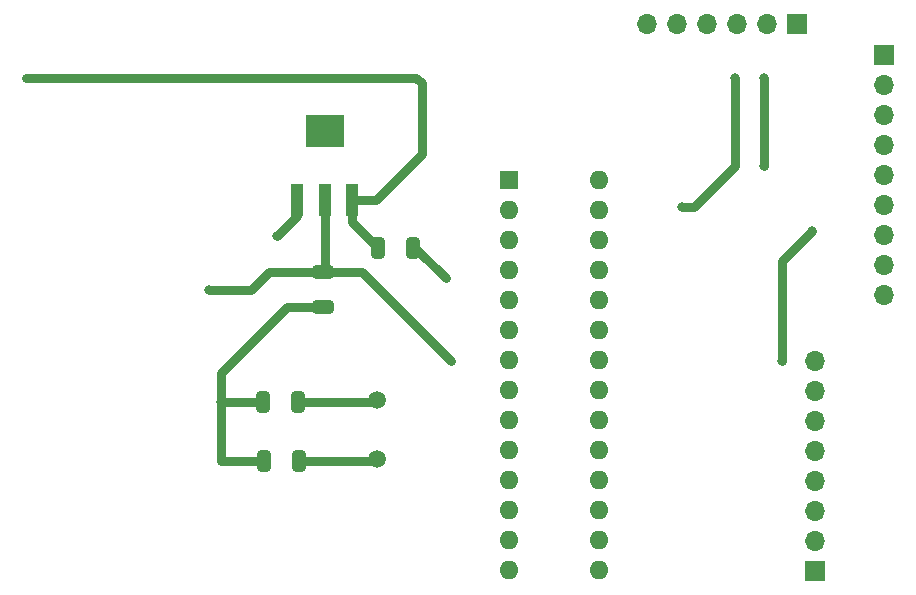
<source format=gbr>
%TF.GenerationSoftware,KiCad,Pcbnew,(6.0.8)*%
%TF.CreationDate,2023-01-06T11:49:21+01:00*%
%TF.ProjectId,Projet commun SEC SIC-PAS TOUT,50726f6a-6574-4206-936f-6d6d756e2053,rev?*%
%TF.SameCoordinates,Original*%
%TF.FileFunction,Copper,L1,Top*%
%TF.FilePolarity,Positive*%
%FSLAX46Y46*%
G04 Gerber Fmt 4.6, Leading zero omitted, Abs format (unit mm)*
G04 Created by KiCad (PCBNEW (6.0.8)) date 2023-01-06 11:49:21*
%MOMM*%
%LPD*%
G01*
G04 APERTURE LIST*
G04 Aperture macros list*
%AMRoundRect*
0 Rectangle with rounded corners*
0 $1 Rounding radius*
0 $2 $3 $4 $5 $6 $7 $8 $9 X,Y pos of 4 corners*
0 Add a 4 corners polygon primitive as box body*
4,1,4,$2,$3,$4,$5,$6,$7,$8,$9,$2,$3,0*
0 Add four circle primitives for the rounded corners*
1,1,$1+$1,$2,$3*
1,1,$1+$1,$4,$5*
1,1,$1+$1,$6,$7*
1,1,$1+$1,$8,$9*
0 Add four rect primitives between the rounded corners*
20,1,$1+$1,$2,$3,$4,$5,0*
20,1,$1+$1,$4,$5,$6,$7,0*
20,1,$1+$1,$6,$7,$8,$9,0*
20,1,$1+$1,$8,$9,$2,$3,0*%
G04 Aperture macros list end*
%TA.AperFunction,SMDPad,CuDef*%
%ADD10R,1.000001X2.700000*%
%TD*%
%TA.AperFunction,SMDPad,CuDef*%
%ADD11R,3.300001X2.700000*%
%TD*%
%TA.AperFunction,SMDPad,CuDef*%
%ADD12RoundRect,0.250000X-0.325000X-0.650000X0.325000X-0.650000X0.325000X0.650000X-0.325000X0.650000X0*%
%TD*%
%TA.AperFunction,ComponentPad*%
%ADD13C,1.500000*%
%TD*%
%TA.AperFunction,ComponentPad*%
%ADD14R,1.700000X1.700000*%
%TD*%
%TA.AperFunction,ComponentPad*%
%ADD15O,1.700000X1.700000*%
%TD*%
%TA.AperFunction,SMDPad,CuDef*%
%ADD16RoundRect,0.250000X-0.650000X0.325000X-0.650000X-0.325000X0.650000X-0.325000X0.650000X0.325000X0*%
%TD*%
%TA.AperFunction,ComponentPad*%
%ADD17R,1.600000X1.600000*%
%TD*%
%TA.AperFunction,ComponentPad*%
%ADD18O,1.600000X1.600000*%
%TD*%
%TA.AperFunction,ViaPad*%
%ADD19C,0.800000*%
%TD*%
%TA.AperFunction,Conductor*%
%ADD20C,0.750000*%
%TD*%
%TA.AperFunction,Conductor*%
%ADD21C,0.250000*%
%TD*%
G04 APERTURE END LIST*
D10*
%TO.P,U2,1,GND*%
%TO.N,GND*%
X114961000Y-77387999D03*
%TO.P,U2,2,VO*%
%TO.N,VCC*%
X117260999Y-77387999D03*
%TO.P,U2,3,VI*%
%TO.N,+6V*%
X119561000Y-77387999D03*
D11*
%TO.P,U2,4*%
%TO.N,N/C*%
X117260999Y-71487998D03*
%TD*%
D12*
%TO.P,C1,1*%
%TO.N,GND*%
X112050000Y-94500000D03*
%TO.P,C1,2*%
%TO.N,Net-(C1-Pad2)*%
X115000000Y-94500000D03*
%TD*%
%TO.P,C3,1*%
%TO.N,+6V*%
X121761000Y-81438000D03*
%TO.P,C3,2*%
%TO.N,GND*%
X124711000Y-81438000D03*
%TD*%
%TO.P,C2,1*%
%TO.N,GND*%
X112140000Y-99500000D03*
%TO.P,C2,2*%
%TO.N,Net-(C2-Pad2)*%
X115090000Y-99500000D03*
%TD*%
D13*
%TO.P,Y1,1,1*%
%TO.N,Net-(C2-Pad2)*%
X121694000Y-99339000D03*
%TO.P,Y1,2,2*%
%TO.N,Net-(C1-Pad2)*%
X121694000Y-94339000D03*
%TD*%
D14*
%TO.P,J1,1,Pin_1*%
%TO.N,unconnected-(J1-Pad1)*%
X158753000Y-108762000D03*
D15*
%TO.P,J1,2,Pin_2*%
%TO.N,unconnected-(J1-Pad2)*%
X158753000Y-106222000D03*
%TO.P,J1,3,Pin_3*%
%TO.N,VCC*%
X158753000Y-103682000D03*
%TO.P,J1,4,Pin_4*%
%TO.N,Net-(J1-Pad4)*%
X158753000Y-101142000D03*
%TO.P,J1,5,Pin_5*%
%TO.N,Net-(U1-Pad17)*%
X158753000Y-98602000D03*
%TO.P,J1,6,Pin_6*%
%TO.N,Net-(U1-Pad19)*%
X158753000Y-96062000D03*
%TO.P,J1,7,Pin_7*%
%TO.N,Net-(U1-Pad18)*%
X158753000Y-93522000D03*
%TO.P,J1,8,Pin_8*%
%TO.N,GND*%
X158753000Y-90982000D03*
%TD*%
D16*
%TO.P,C4,1*%
%TO.N,VCC*%
X117122000Y-83438000D03*
%TO.P,C4,2*%
%TO.N,GND*%
X117122000Y-86388000D03*
%TD*%
D17*
%TO.P,U1,1,~{RESET}/PC6*%
%TO.N,unconnected-(U1-Pad1)*%
X132880000Y-75640000D03*
D18*
%TO.P,U1,2,PD0*%
%TO.N,Net-(J3-Pad6)*%
X132880000Y-78180000D03*
%TO.P,U1,3,PD1*%
%TO.N,Net-(J3-Pad5)*%
X132880000Y-80720000D03*
%TO.P,U1,4,PD2*%
%TO.N,unconnected-(U1-Pad4)*%
X132880000Y-83260000D03*
%TO.P,U1,5,PD3*%
%TO.N,unconnected-(U1-Pad5)*%
X132880000Y-85800000D03*
%TO.P,U1,6,PD4*%
%TO.N,Net-(J1-Pad4)*%
X132880000Y-88340000D03*
%TO.P,U1,7,VCC*%
%TO.N,VCC*%
X132880000Y-90880000D03*
%TO.P,U1,8,GND*%
%TO.N,GND*%
X132880000Y-93420000D03*
%TO.P,U1,9,XTAL1/PB6*%
%TO.N,Net-(C1-Pad2)*%
X132880000Y-95960000D03*
%TO.P,U1,10,XTAL2/PB7*%
%TO.N,Net-(C2-Pad2)*%
X132880000Y-98500000D03*
%TO.P,U1,11,PD5*%
%TO.N,unconnected-(U1-Pad11)*%
X132880000Y-101040000D03*
%TO.P,U1,12,PD6*%
%TO.N,unconnected-(U1-Pad12)*%
X132880000Y-103580000D03*
%TO.P,U1,13,PD7*%
%TO.N,unconnected-(U1-Pad13)*%
X132880000Y-106120000D03*
%TO.P,U1,14,PB0*%
%TO.N,unconnected-(U1-Pad14)*%
X132880000Y-108660000D03*
%TO.P,U1,15,PB1*%
%TO.N,unconnected-(U1-Pad15)*%
X140500000Y-108660000D03*
%TO.P,U1,16,PB2*%
%TO.N,unconnected-(U1-Pad16)*%
X140500000Y-106120000D03*
%TO.P,U1,17,PB3*%
%TO.N,Net-(U1-Pad17)*%
X140500000Y-103580000D03*
%TO.P,U1,18,PB4*%
%TO.N,Net-(U1-Pad18)*%
X140500000Y-101040000D03*
%TO.P,U1,19,PB5*%
%TO.N,Net-(U1-Pad19)*%
X140500000Y-98500000D03*
%TO.P,U1,20,AVCC*%
%TO.N,unconnected-(U1-Pad20)*%
X140500000Y-95960000D03*
%TO.P,U1,21,AREF*%
%TO.N,unconnected-(U1-Pad21)*%
X140500000Y-93420000D03*
%TO.P,U1,22,GND*%
%TO.N,GND*%
X140500000Y-90880000D03*
%TO.P,U1,23,PC0*%
%TO.N,unconnected-(U1-Pad23)*%
X140500000Y-88340000D03*
%TO.P,U1,24,PC1*%
%TO.N,unconnected-(U1-Pad24)*%
X140500000Y-85800000D03*
%TO.P,U1,25,PC2*%
%TO.N,unconnected-(U1-Pad25)*%
X140500000Y-83260000D03*
%TO.P,U1,26,PC3*%
%TO.N,unconnected-(U1-Pad26)*%
X140500000Y-80720000D03*
%TO.P,U1,27,PC4*%
%TO.N,Net-(J2-Pad3)*%
X140500000Y-78180000D03*
%TO.P,U1,28,PC5*%
%TO.N,Net-(J2-Pad2)*%
X140500000Y-75640000D03*
%TD*%
D14*
%TO.P,J3,1,Pin_1*%
%TO.N,unconnected-(J3-Pad1)*%
X164645000Y-65099000D03*
D15*
%TO.P,J3,2,Pin_2*%
%TO.N,unconnected-(J3-Pad2)*%
X164645000Y-67639000D03*
%TO.P,J3,3,Pin_3*%
%TO.N,unconnected-(J3-Pad3)*%
X164645000Y-70179000D03*
%TO.P,J3,4,Pin_4*%
%TO.N,unconnected-(J3-Pad4)*%
X164645000Y-72719000D03*
%TO.P,J3,5,Pin_5*%
%TO.N,Net-(J3-Pad5)*%
X164645000Y-75259000D03*
%TO.P,J3,6,Pin_6*%
%TO.N,Net-(J3-Pad6)*%
X164645000Y-77799000D03*
%TO.P,J3,7,Pin_7*%
%TO.N,GND*%
X164645000Y-80339000D03*
%TO.P,J3,8,Pin_8*%
%TO.N,VCC*%
X164645000Y-82879000D03*
%TO.P,J3,9,Pin_9*%
%TO.N,unconnected-(J3-Pad9)*%
X164645000Y-85419000D03*
%TD*%
D14*
%TO.P,J2,1,Pin_1*%
%TO.N,unconnected-(J2-Pad1)*%
X157229000Y-62447000D03*
D15*
%TO.P,J2,2,Pin_2*%
%TO.N,Net-(J2-Pad2)*%
X154689000Y-62447000D03*
%TO.P,J2,3,Pin_3*%
%TO.N,Net-(J2-Pad3)*%
X152149000Y-62447000D03*
%TO.P,J2,4,Pin_4*%
%TO.N,GND*%
X149609000Y-62447000D03*
%TO.P,J2,5,Pin_5*%
%TO.N,unconnected-(J2-Pad5)*%
X147069000Y-62447000D03*
%TO.P,J2,6,Pin_6*%
%TO.N,VCC*%
X144529000Y-62447000D03*
%TD*%
D19*
%TO.N,GND*%
X158500000Y-80000000D03*
X156000000Y-91000000D03*
X127500000Y-84000000D03*
%TO.N,Net-(J2-Pad2)*%
X154500000Y-67000000D03*
X154500000Y-74500000D03*
%TO.N,Net-(J2-Pad3)*%
X147500000Y-78000000D03*
X152000000Y-67000000D03*
%TO.N,VCC*%
X107500000Y-85000000D03*
%TO.N,GND*%
X108500000Y-94500000D03*
%TO.N,VCC*%
X128000000Y-91000000D03*
%TO.N,GND*%
X113261000Y-80438000D03*
%TD*%
D20*
%TO.N,Net-(C2-Pad2)*%
X121533000Y-99500000D02*
X121694000Y-99339000D01*
X115090000Y-99500000D02*
X121533000Y-99500000D01*
%TO.N,Net-(C1-Pad2)*%
X121533000Y-94500000D02*
X121694000Y-94339000D01*
X115000000Y-94500000D02*
X121533000Y-94500000D01*
%TO.N,GND*%
X156000000Y-82500000D02*
X158500000Y-80000000D01*
X156000000Y-91000000D02*
X156000000Y-82500000D01*
X124938000Y-81438000D02*
X127500000Y-84000000D01*
%TO.N,Net-(J2-Pad2)*%
X154500000Y-74500000D02*
X154500000Y-67000000D01*
%TO.N,Net-(J2-Pad3)*%
X148500000Y-78000000D02*
X147500000Y-78000000D01*
X152000000Y-74500000D02*
X148500000Y-78000000D01*
X152000000Y-72500000D02*
X152000000Y-74500000D01*
X152000000Y-67000000D02*
X152000000Y-72500000D01*
%TO.N,+6V*%
X125000000Y-67000000D02*
X92000000Y-67000000D01*
X125500000Y-67500000D02*
X125000000Y-67000000D01*
X125500000Y-73500000D02*
X125500000Y-67500000D01*
X121612001Y-77387999D02*
X125500000Y-73500000D01*
X119561000Y-77387999D02*
X121612001Y-77387999D01*
%TO.N,VCC*%
X111000000Y-85000000D02*
X107500000Y-85000000D01*
X111500000Y-84500000D02*
X111000000Y-85000000D01*
X112562000Y-83438000D02*
X111500000Y-84500000D01*
X117122000Y-83438000D02*
X112562000Y-83438000D01*
%TO.N,GND*%
X114961000Y-78738000D02*
X113261000Y-80438000D01*
X114961000Y-77387999D02*
X114961000Y-78738000D01*
%TO.N,VCC*%
X117260999Y-83299001D02*
X117122000Y-83438000D01*
X117260999Y-77387999D02*
X117260999Y-83299001D01*
%TO.N,+6V*%
X119561000Y-79238000D02*
X121761000Y-81438000D01*
X119561000Y-77387999D02*
X119561000Y-79238000D01*
%TO.N,GND*%
X108500000Y-99500000D02*
X108500000Y-94500000D01*
X112140000Y-99500000D02*
X108500000Y-99500000D01*
X112050000Y-94500000D02*
X108500000Y-94500000D01*
X108500000Y-92000000D02*
X108500000Y-94500000D01*
X114112000Y-86388000D02*
X108500000Y-92000000D01*
X117122000Y-86388000D02*
X114112000Y-86388000D01*
%TO.N,VCC*%
X120438000Y-83438000D02*
X117122000Y-83438000D01*
X128000000Y-91000000D02*
X120438000Y-83438000D01*
D21*
%TO.N,GND*%
X124711000Y-81438000D02*
X124938000Y-81438000D01*
X124711000Y-81438000D02*
X124761000Y-81438000D01*
%TD*%
M02*

</source>
